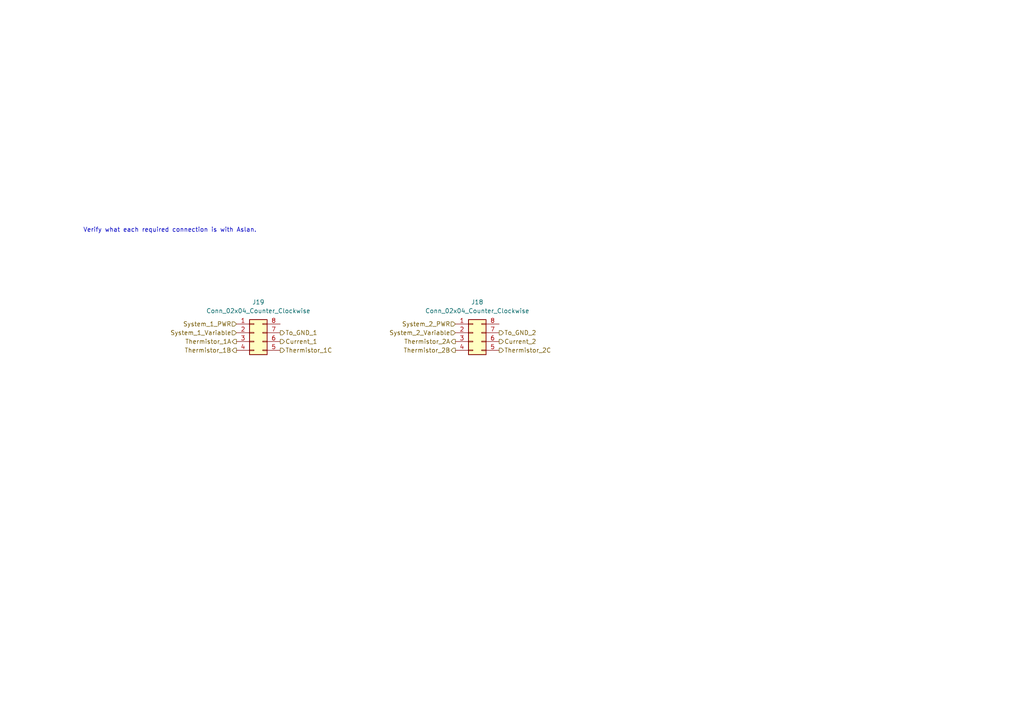
<source format=kicad_sch>
(kicad_sch (version 20250114) (generator "eeschema") (generator_version "9.0")
  (paper "A4")
  (lib_symbols
    (symbol "Connector_Generic:Conn_02x04_Counter_Clockwise" (pin_names (offset 1.016) (hide yes))
      (property "Reference" "J" (at 1.27 5.08 0))
      (property "Value" "Conn_02x04_Counter_Clockwise" (at 1.27 -7.62 0))
      (symbol "Conn_02x04_Counter_Clockwise_1_1"
        (rectangle (start -1.27 3.81) (end 3.81 -6.35) (stroke (width 0.254)) (fill (type background)))
        (rectangle (start -1.27 2.667) (end 0 2.413) (stroke (width 0.1524)))
        (rectangle (start -1.27 0.127) (end 0 -0.127) (stroke (width 0.1524)))
        (rectangle (start -1.27 -2.413) (end 0 -2.667) (stroke (width 0.1524)))
        (rectangle (start -1.27 -4.953) (end 0 -5.207) (stroke (width 0.1524)))
        (rectangle (start 3.81 2.667) (end 2.54 2.413) (stroke (width 0.1524)))
        (rectangle (start 3.81 0.127) (end 2.54 -0.127) (stroke (width 0.1524)))
        (rectangle (start 3.81 -2.413) (end 2.54 -2.667) (stroke (width 0.1524)))
        (rectangle (start 3.81 -4.953) (end 2.54 -5.207) (stroke (width 0.1524)))
        (pin passive line (at -5.08 2.54 0) (length 3.81) (name "Pin_1") (number "1"))
        (pin passive line (at -5.08 0 0) (length 3.81) (name "Pin_2") (number "2"))
        (pin passive line (at -5.08 -2.54 0) (length 3.81) (name "Pin_3") (number "3"))
        (pin passive line (at -5.08 -5.08 0) (length 3.81) (name "Pin_4") (number "4"))
        (pin passive line (at 7.62 2.54 180) (length 3.81) (name "Pin_8") (number "8"))
        (pin passive line (at 7.62 0 180) (length 3.81) (name "Pin_7") (number "7"))
        (pin passive line (at 7.62 -2.54 180) (length 3.81) (name "Pin_6") (number "6"))
        (pin passive line (at 7.62 -5.08 180) (length 3.81) (name "Pin_5") (number "5"))
      )
    )
  )
  (text "Verify what each required connection is with Aslan." (at 49.276 66.802 0) (effects (font (size 1.27 1.27))))
  (hierarchical_label "System_1_PWR" (shape input) (at 68.58 93.98 180))
  (hierarchical_label "Thermistor_1A" (shape output) (at 68.58 99.06 180))
  (hierarchical_label "To_GND_2" (shape output) (at 144.78 96.52 0))
  (hierarchical_label "Thermistor_1B" (shape output) (at 68.58 101.6 180))
  (hierarchical_label "Current_1" (shape output) (at 81.28 99.06 0))
  (hierarchical_label "System_1_Variable" (shape input) (at 68.58 96.52 180))
  (hierarchical_label "To_GND_1" (shape output) (at 81.28 96.52 0))
  (hierarchical_label "Thermistor_1C" (shape output) (at 81.28 101.6 0))
  (hierarchical_label "System_2_Variable" (shape input) (at 132.08 96.52 180))
  (hierarchical_label "System_2_PWR" (shape input) (at 132.08 93.98 180))
  (hierarchical_label "Current_2" (shape output) (at 144.78 99.06 0))
  (hierarchical_label "Thermistor_2A" (shape output) (at 132.08 99.06 180))
  (hierarchical_label "Thermistor_2C" (shape output) (at 144.78 101.6 0))
  (hierarchical_label "Thermistor_2B" (shape output) (at 132.08 101.6 180))
  (symbol (lib_id "Connector_Generic:Conn_02x04_Counter_Clockwise") (at 73.66 96.52 0) (unit 1)
    (property "Reference" "J19" (at 74.93 87.63 0))
    (property "Value" "Conn_02x04_Counter_Clockwise" (at 74.93 90.17 0))
    (property "Description" "Generic connector, double row, 02x04, counter clockwise pin numbering scheme (similar to DIP package numbering), script generated (kicad-library-utils/schlib/autogen/connector/)" (effects (hide yes)))
  )
  (symbol (lib_id "Connector_Generic:Conn_02x04_Counter_Clockwise") (at 137.16 96.52 0) (unit 1)
    (property "Reference" "J18" (at 138.43 87.63 0))
    (property "Value" "Conn_02x04_Counter_Clockwise" (at 138.43 90.17 0))
    (property "Description" "Generic connector, double row, 02x04, counter clockwise pin numbering scheme (similar to DIP package numbering), script generated (kicad-library-utils/schlib/autogen/connector/)" (effects (hide yes)))
  )
)
</source>
